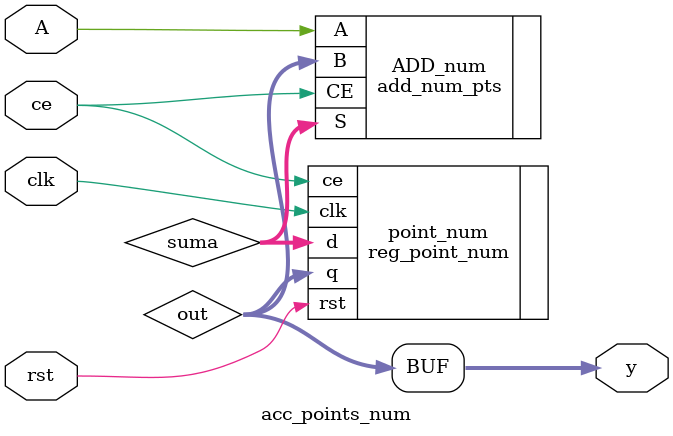
<source format=v>
`timescale 1ns / 1ps

module acc_points_num(
    input clk,
    input ce,
    input rst,
    input A,
    
    output [10:0]y    //totally keine grenze example 2^17 * 384 * 5
);
    
wire signed [10:0]out;
wire signed [10:0]suma;

reg_point_num# (.N(11)) point_num
(
    .clk(clk),
    .ce(ce),
    .rst(rst),
    .d(suma),
    .q(out)
);

// latencja = 0
add_num_pts ADD_num
(
    .A(A),
    .B(out),
    .CE(ce),
    .S(suma)
);

assign y = out;
    
endmodule

</source>
